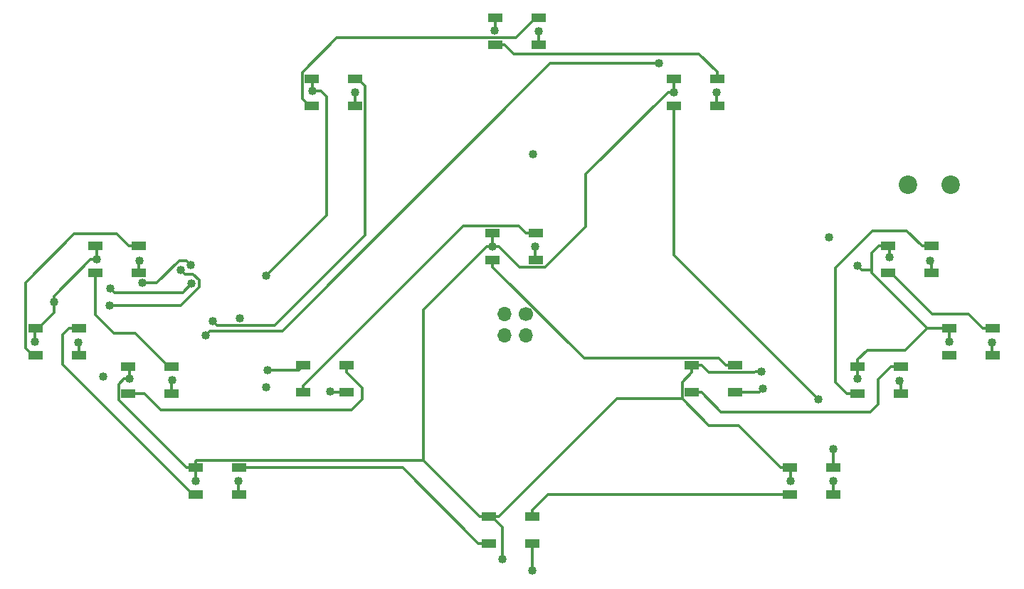
<source format=gtl>
G04 #@! TF.FileFunction,Copper,L1,Top,Signal*
%FSLAX46Y46*%
G04 Gerber Fmt 4.6, Leading zero omitted, Abs format (unit mm)*
G04 Created by KiCad (PCBNEW 4.0.7) date 06/01/18 20:23:33*
%MOMM*%
%LPD*%
G01*
G04 APERTURE LIST*
%ADD10C,0.100000*%
%ADD11R,1.651000X0.998220*%
%ADD12C,2.200000*%
%ADD13C,1.700000*%
%ADD14O,1.700000X1.700000*%
%ADD15C,1.016000*%
%ADD16C,0.304800*%
G04 APERTURE END LIST*
D10*
D11*
X149062440Y-112575340D03*
X149062440Y-115770660D03*
X154213560Y-115770660D03*
X154213560Y-112575340D03*
X171033440Y-60378340D03*
X171033440Y-63573660D03*
X176184560Y-63573660D03*
X176184560Y-60378340D03*
X149770440Y-53139340D03*
X149770440Y-56334660D03*
X154921560Y-56334660D03*
X154921560Y-53139340D03*
D12*
X198882000Y-73025000D03*
X203962000Y-73025000D03*
D11*
X95087440Y-90096340D03*
X95087440Y-93291660D03*
X100238560Y-93291660D03*
X100238560Y-90096340D03*
X102199440Y-80317340D03*
X102199440Y-83512660D03*
X107350560Y-83512660D03*
X107350560Y-80317340D03*
X106136440Y-94668340D03*
X106136440Y-97863660D03*
X111287560Y-97863660D03*
X111287560Y-94668340D03*
X126964440Y-94541340D03*
X126964440Y-97736660D03*
X132115560Y-97736660D03*
X132115560Y-94541340D03*
X149443440Y-78793340D03*
X149443440Y-81988660D03*
X154594560Y-81988660D03*
X154594560Y-78793340D03*
X173192440Y-94541340D03*
X173192440Y-97736660D03*
X178343560Y-97736660D03*
X178343560Y-94541340D03*
X192877440Y-94668340D03*
X192877440Y-97863660D03*
X198028560Y-97863660D03*
X198028560Y-94668340D03*
X196560440Y-80317340D03*
X196560440Y-83512660D03*
X201711560Y-83512660D03*
X201711560Y-80317340D03*
X203799440Y-90096340D03*
X203799440Y-93291660D03*
X208950560Y-93291660D03*
X208950560Y-90096340D03*
X127980440Y-60378340D03*
X127980440Y-63573660D03*
X133131560Y-63573660D03*
X133131560Y-60378340D03*
X184876440Y-106733340D03*
X184876440Y-109928660D03*
X190027560Y-109928660D03*
X190027560Y-106733340D03*
X114137440Y-106733340D03*
X114137440Y-109928660D03*
X119288560Y-109928660D03*
X119288560Y-106733340D03*
D13*
X153416000Y-88392000D03*
D14*
X153416000Y-90932000D03*
X150876000Y-88392000D03*
X150876000Y-90932000D03*
D15*
X154305000Y-69342000D03*
X154559000Y-80391000D03*
X154940000Y-54737000D03*
X119253000Y-108331000D03*
X154178000Y-118999000D03*
X189992000Y-108331000D03*
X176149000Y-61976000D03*
X133096000Y-61976000D03*
X119380000Y-88900000D03*
X100203000Y-91821000D03*
X103124000Y-95885000D03*
X130175000Y-97663000D03*
X208915000Y-91821000D03*
X107442000Y-82042000D03*
X111379000Y-96266000D03*
X122555000Y-97155000D03*
X181610000Y-97282000D03*
X197866000Y-96393000D03*
X201549000Y-82042000D03*
X149479000Y-80391000D03*
X149733000Y-54622739D03*
X122555000Y-83820000D03*
X114173000Y-108331000D03*
X150622000Y-117602000D03*
X184912000Y-108331000D03*
X171069000Y-61976000D03*
X128016000Y-61849000D03*
X97282000Y-86995000D03*
X189484000Y-79248000D03*
X192913000Y-82677000D03*
X203835000Y-91694000D03*
X102362000Y-81915000D03*
X94996000Y-91694000D03*
X106299000Y-96139000D03*
X122682000Y-95123000D03*
X181483000Y-95250000D03*
X192913000Y-96139000D03*
X196723000Y-81661000D03*
X116205000Y-89281000D03*
X189992000Y-104521000D03*
X188214000Y-98552000D03*
X169291000Y-58547000D03*
X115316000Y-90932000D03*
X107823000Y-84719772D03*
X113538000Y-82550000D03*
X112350000Y-83166200D03*
X103886000Y-87376000D03*
X113665000Y-84780800D03*
X104013000Y-85344000D03*
D16*
X154559000Y-80391000D02*
X154559000Y-81953100D01*
X154559000Y-81953100D02*
X154594560Y-81988660D01*
X154940000Y-54737000D02*
X154940000Y-56316220D01*
X154940000Y-56316220D02*
X154921560Y-56334660D01*
X119253000Y-108331000D02*
X119253000Y-109893100D01*
X119253000Y-109893100D02*
X119288560Y-109928660D01*
X154178000Y-118999000D02*
X154178000Y-115806220D01*
X154178000Y-115806220D02*
X154213560Y-115770660D01*
X189992000Y-108331000D02*
X189992000Y-109893100D01*
X189992000Y-109893100D02*
X190027560Y-109928660D01*
X176149000Y-61976000D02*
X176149000Y-63538100D01*
X176149000Y-63538100D02*
X176184560Y-63573660D01*
X133096000Y-61976000D02*
X133096000Y-63538100D01*
X133096000Y-63538100D02*
X133131560Y-63573660D01*
X107350560Y-83512660D02*
X107350560Y-82133440D01*
X107350560Y-82133440D02*
X107442000Y-82042000D01*
X100238560Y-93291660D02*
X100238560Y-91856560D01*
X100238560Y-91856560D02*
X100203000Y-91821000D01*
X111287560Y-97863660D02*
X111287560Y-96357440D01*
X111287560Y-96357440D02*
X111379000Y-96266000D01*
X132115560Y-97736660D02*
X130248660Y-97736660D01*
X130248660Y-97736660D02*
X130175000Y-97663000D01*
X178343560Y-97736660D02*
X181155340Y-97736660D01*
X181155340Y-97736660D02*
X181610000Y-97282000D01*
X198028560Y-97863660D02*
X198028560Y-96555560D01*
X198028560Y-96555560D02*
X197866000Y-96393000D01*
X208915000Y-91821000D02*
X208915000Y-93256100D01*
X208915000Y-93256100D02*
X208950560Y-93291660D01*
X201711560Y-83512660D02*
X201711560Y-82204560D01*
X201711560Y-82204560D02*
X201549000Y-82042000D01*
X122555000Y-83820000D02*
X129701968Y-76673032D01*
X129701968Y-76673032D02*
X129701968Y-62518968D01*
X129701968Y-62518968D02*
X129032000Y-61849000D01*
X129032000Y-61849000D02*
X128016000Y-61849000D01*
X149479000Y-80391000D02*
X148760580Y-80391000D01*
X148760580Y-80391000D02*
X141238629Y-87912951D01*
X141238629Y-87912951D02*
X141238629Y-105881829D01*
X160571580Y-71755000D02*
X160571580Y-77970572D01*
X160571580Y-77970572D02*
X155701981Y-82840171D01*
X155701981Y-82840171D02*
X152646591Y-82840171D01*
X152646591Y-82840171D02*
X150197420Y-80391000D01*
X150197420Y-80391000D02*
X149479000Y-80391000D01*
X149479000Y-80391000D02*
X149479000Y-78828900D01*
X149479000Y-78828900D02*
X149443440Y-78793340D01*
X149770440Y-53139340D02*
X149770440Y-54585299D01*
X149770440Y-54585299D02*
X149733000Y-54622739D01*
X114137440Y-106733340D02*
X114137440Y-105929430D01*
X114137440Y-105929430D02*
X114185041Y-105881829D01*
X114185041Y-105881829D02*
X141238629Y-105881829D01*
X141238629Y-105881829D02*
X147932140Y-112575340D01*
X147932140Y-112575340D02*
X149062440Y-112575340D01*
X160571580Y-71755000D02*
X170350580Y-61976000D01*
X170350580Y-61976000D02*
X171069000Y-61976000D01*
X114137440Y-106733340D02*
X113007140Y-106733340D01*
X113007140Y-106733340D02*
X104958539Y-98684739D01*
X104958539Y-98684739D02*
X104958539Y-96761041D01*
X105580580Y-96139000D02*
X106299000Y-96139000D01*
X104958539Y-96761041D02*
X105580580Y-96139000D01*
X172014539Y-98517691D02*
X164250389Y-98517691D01*
X164250389Y-98517691D02*
X150192740Y-112575340D01*
X150192740Y-112575340D02*
X149062440Y-112575340D01*
X178739800Y-101727000D02*
X175223848Y-101727000D01*
X175223848Y-101727000D02*
X172014539Y-98517691D01*
X172014539Y-98517691D02*
X172014539Y-96523151D01*
X172014539Y-96523151D02*
X173192440Y-95345250D01*
X173192440Y-95345250D02*
X173192440Y-94541340D01*
X184876440Y-106733340D02*
X183746140Y-106733340D01*
X183746140Y-106733340D02*
X178739800Y-101727000D01*
X114173000Y-108331000D02*
X114173000Y-106768900D01*
X114173000Y-106768900D02*
X114137440Y-106733340D01*
X150622000Y-117602000D02*
X150622000Y-113808510D01*
X150622000Y-113808510D02*
X149388830Y-112575340D01*
X149388830Y-112575340D02*
X149062440Y-112575340D01*
X184912000Y-108331000D02*
X184912000Y-106768900D01*
X184912000Y-106768900D02*
X184876440Y-106733340D01*
X171069000Y-61976000D02*
X171069000Y-60413900D01*
X171069000Y-60413900D02*
X171033440Y-60378340D01*
X128016000Y-61849000D02*
X128016000Y-60413900D01*
X128016000Y-60413900D02*
X127980440Y-60378340D01*
X102362000Y-81915000D02*
X101643580Y-81915000D01*
X101643580Y-81915000D02*
X97282000Y-86276580D01*
X97282000Y-86276580D02*
X97282000Y-86995000D01*
X97282000Y-86995000D02*
X97282000Y-88228170D01*
X97282000Y-88228170D02*
X95413830Y-90096340D01*
X95413830Y-90096340D02*
X95087440Y-90096340D01*
X194594480Y-81153000D02*
X194594480Y-83185000D01*
X194594480Y-83185000D02*
X194594480Y-83505632D01*
X192913000Y-82677000D02*
X193420999Y-83184999D01*
X193420999Y-83184999D02*
X194594479Y-83184999D01*
X194594479Y-83184999D02*
X194594480Y-83185000D01*
X194031870Y-92710000D02*
X198571528Y-92710000D01*
X198571528Y-92710000D02*
X201185188Y-90096340D01*
X192877440Y-94668340D02*
X192877440Y-93864430D01*
X192877440Y-93864430D02*
X194031870Y-92710000D01*
X194594480Y-83505632D02*
X201185188Y-90096340D01*
X201185188Y-90096340D02*
X202669140Y-90096340D01*
X202669140Y-90096340D02*
X203799440Y-90096340D01*
X196560440Y-80317340D02*
X195430140Y-80317340D01*
X195430140Y-80317340D02*
X194594480Y-81153000D01*
X203835000Y-91694000D02*
X203835000Y-90131900D01*
X203835000Y-90131900D02*
X203799440Y-90096340D01*
X102362000Y-81915000D02*
X102362000Y-80479900D01*
X102362000Y-80479900D02*
X102199440Y-80317340D01*
X94996000Y-91694000D02*
X94996000Y-90187780D01*
X94996000Y-90187780D02*
X95087440Y-90096340D01*
X106299000Y-96139000D02*
X106299000Y-94830900D01*
X106299000Y-94830900D02*
X106136440Y-94668340D01*
X122682000Y-95123000D02*
X126382780Y-95123000D01*
X126382780Y-95123000D02*
X126964440Y-94541340D01*
X181483000Y-95250000D02*
X180764580Y-95250000D01*
X180764580Y-95250000D02*
X180621729Y-95392851D01*
X180621729Y-95392851D02*
X175174251Y-95392851D01*
X175174251Y-95392851D02*
X174322740Y-94541340D01*
X174322740Y-94541340D02*
X173192440Y-94541340D01*
X192877440Y-94668340D02*
X192877440Y-96103440D01*
X192877440Y-96103440D02*
X192913000Y-96139000D01*
X196723000Y-81661000D02*
X196723000Y-80479900D01*
X196723000Y-80479900D02*
X196560440Y-80317340D01*
X127980440Y-63573660D02*
X127654050Y-63573660D01*
X130916699Y-55483149D02*
X152251361Y-55483149D01*
X127654050Y-63573660D02*
X126802539Y-62722149D01*
X152251361Y-55483149D02*
X154595170Y-53139340D01*
X154595170Y-53139340D02*
X154921560Y-53139340D01*
X126802539Y-62722149D02*
X126802539Y-59597309D01*
X126802539Y-59597309D02*
X130916699Y-55483149D01*
X127980440Y-63573660D02*
X128306830Y-63573660D01*
X133457950Y-60378340D02*
X133131560Y-60378340D01*
X134309461Y-79050539D02*
X134309461Y-61229851D01*
X123571001Y-89788999D02*
X134309461Y-79050539D01*
X116712999Y-89788999D02*
X123571001Y-89788999D01*
X134309461Y-61229851D02*
X133457950Y-60378340D01*
X116205000Y-89281000D02*
X116712999Y-89788999D01*
X151970080Y-57404000D02*
X174014130Y-57404000D01*
X174014130Y-57404000D02*
X176184560Y-59574430D01*
X149770440Y-56334660D02*
X150900740Y-56334660D01*
X150900740Y-56334660D02*
X151970080Y-57404000D01*
X176184560Y-59574430D02*
X176184560Y-60378340D01*
X201711560Y-80317340D02*
X200581260Y-80317340D01*
X191589660Y-97863660D02*
X192877440Y-97863660D01*
X200581260Y-80317340D02*
X198749920Y-78486000D01*
X198749920Y-78486000D02*
X194691000Y-78486000D01*
X194691000Y-78486000D02*
X190246000Y-82931000D01*
X190246000Y-82931000D02*
X190246000Y-96520000D01*
X190246000Y-96520000D02*
X191589660Y-97863660D01*
X189992000Y-104521000D02*
X189992000Y-106697780D01*
X189992000Y-106697780D02*
X190027560Y-106733340D01*
X171033440Y-63573660D02*
X171033440Y-81371440D01*
X171033440Y-81371440D02*
X188214000Y-98552000D01*
X201766170Y-88392000D02*
X206115920Y-88392000D01*
X206115920Y-88392000D02*
X207820260Y-90096340D01*
X207820260Y-90096340D02*
X208950560Y-90096340D01*
X196560440Y-83512660D02*
X196886830Y-83512660D01*
X196886830Y-83512660D02*
X201766170Y-88392000D01*
X184876440Y-109928660D02*
X156056330Y-109928660D01*
X156056330Y-109928660D02*
X154213560Y-111771430D01*
X154213560Y-111771430D02*
X154213560Y-112575340D01*
X147774660Y-115770660D02*
X138737340Y-106733340D01*
X138737340Y-106733340D02*
X119288560Y-106733340D01*
X149062440Y-115770660D02*
X147774660Y-115770660D01*
X132115560Y-94541340D02*
X132115560Y-95345250D01*
X132115560Y-95345250D02*
X133985000Y-97214690D01*
X133985000Y-98552000D02*
X132715000Y-99822000D01*
X133985000Y-97214690D02*
X133985000Y-98552000D01*
X132715000Y-99822000D02*
X109982000Y-99822000D01*
X109982000Y-99822000D02*
X108023660Y-97863660D01*
X108023660Y-97863660D02*
X106136440Y-97863660D01*
X126964440Y-97736660D02*
X126964440Y-96932750D01*
X126964440Y-96932750D02*
X145955361Y-77941829D01*
X153464260Y-78793340D02*
X154594560Y-78793340D01*
X145955361Y-77941829D02*
X152612749Y-77941829D01*
X152612749Y-77941829D02*
X153464260Y-78793340D01*
X149443440Y-81988660D02*
X149443440Y-82792570D01*
X149443440Y-82792570D02*
X160340699Y-93689829D01*
X160340699Y-93689829D02*
X176361749Y-93689829D01*
X176361749Y-93689829D02*
X177213260Y-94541340D01*
X178343560Y-94541340D02*
X177213260Y-94541340D01*
X194437000Y-100076000D02*
X176662080Y-100076000D01*
X176662080Y-100076000D02*
X174322740Y-97736660D01*
X174322740Y-97736660D02*
X173192440Y-97736660D01*
X195326000Y-99187000D02*
X194437000Y-100076000D01*
X195326000Y-96240600D02*
X195326000Y-99187000D01*
X198028560Y-94668340D02*
X196898260Y-94668340D01*
X196898260Y-94668340D02*
X195326000Y-96240600D01*
X124459999Y-90424001D02*
X156337000Y-58547000D01*
X156337000Y-58547000D02*
X169291000Y-58547000D01*
X115316000Y-90932000D02*
X115823999Y-90424001D01*
X115823999Y-90424001D02*
X124459999Y-90424001D01*
X108541420Y-84719772D02*
X107823000Y-84719772D01*
X109523032Y-84719772D02*
X108541420Y-84719772D01*
X112200803Y-82042001D02*
X109523032Y-84719772D01*
X113030001Y-82042001D02*
X112200803Y-82042001D01*
X113538000Y-82550000D02*
X113030001Y-82042001D01*
X112857999Y-83674199D02*
X112350000Y-83166200D01*
X113831795Y-83674199D02*
X112857999Y-83674199D01*
X114525402Y-84367806D02*
X113831795Y-83674199D01*
X114525402Y-85193794D02*
X114525402Y-84367806D01*
X112343196Y-87376000D02*
X114525402Y-85193794D01*
X103886000Y-87376000D02*
X112343196Y-87376000D01*
X104013000Y-85344000D02*
X104520999Y-85851999D01*
X104520999Y-85851999D02*
X112593801Y-85851999D01*
X112593801Y-85851999D02*
X113665000Y-84780800D01*
X114137440Y-109928660D02*
X113811050Y-109928660D01*
X113811050Y-109928660D02*
X98298000Y-94415610D01*
X98298000Y-94415610D02*
X98298000Y-90906600D01*
X98298000Y-90906600D02*
X99108260Y-90096340D01*
X99108260Y-90096340D02*
X100238560Y-90096340D01*
X107350560Y-80317340D02*
X106220260Y-80317340D01*
X106220260Y-80317340D02*
X104769920Y-78867000D01*
X104769920Y-78867000D02*
X99695000Y-78867000D01*
X93909539Y-84652461D02*
X93909539Y-92440149D01*
X93909539Y-92440149D02*
X94761050Y-93291660D01*
X99695000Y-78867000D02*
X93909539Y-84652461D01*
X94761050Y-93291660D02*
X95087440Y-93291660D01*
X95413830Y-93291660D02*
X95087440Y-93291660D01*
X104394000Y-90678000D02*
X102199440Y-88483440D01*
X102199440Y-88483440D02*
X102199440Y-83512660D01*
X106970830Y-90678000D02*
X104394000Y-90678000D01*
X111287560Y-94668340D02*
X110961170Y-94668340D01*
X110961170Y-94668340D02*
X106970830Y-90678000D01*
X102525830Y-83512660D02*
X102199440Y-83512660D01*
M02*

</source>
